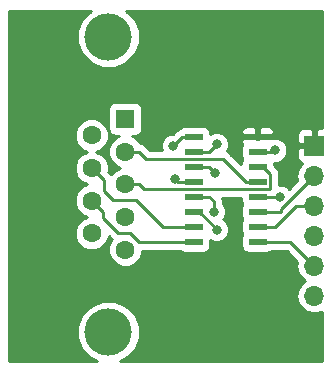
<source format=gbr>
G04 #@! TF.GenerationSoftware,KiCad,Pcbnew,(5.0.2)-1*
G04 #@! TF.CreationDate,2019-09-06T13:40:27-04:00*
G04 #@! TF.ProjectId,RS232_TTL_Male,52533233-325f-4545-944c-5f4d616c652e,rev?*
G04 #@! TF.SameCoordinates,Original*
G04 #@! TF.FileFunction,Copper,L1,Top*
G04 #@! TF.FilePolarity,Positive*
%FSLAX46Y46*%
G04 Gerber Fmt 4.6, Leading zero omitted, Abs format (unit mm)*
G04 Created by KiCad (PCBNEW (5.0.2)-1) date 9/6/2019 1:40:27 PM*
%MOMM*%
%LPD*%
G01*
G04 APERTURE LIST*
G04 #@! TA.AperFunction,ComponentPad*
%ADD10R,1.700000X1.700000*%
G04 #@! TD*
G04 #@! TA.AperFunction,ComponentPad*
%ADD11O,1.700000X1.700000*%
G04 #@! TD*
G04 #@! TA.AperFunction,ComponentPad*
%ADD12R,1.600000X1.600000*%
G04 #@! TD*
G04 #@! TA.AperFunction,ComponentPad*
%ADD13C,1.600000*%
G04 #@! TD*
G04 #@! TA.AperFunction,ComponentPad*
%ADD14C,4.000000*%
G04 #@! TD*
G04 #@! TA.AperFunction,SMDPad,CuDef*
%ADD15R,1.500000X0.600000*%
G04 #@! TD*
G04 #@! TA.AperFunction,ViaPad*
%ADD16C,0.800000*%
G04 #@! TD*
G04 #@! TA.AperFunction,Conductor*
%ADD17C,0.250000*%
G04 #@! TD*
G04 #@! TA.AperFunction,Conductor*
%ADD18C,0.254000*%
G04 #@! TD*
G04 APERTURE END LIST*
D10*
G04 #@! TO.P,J1,1*
G04 #@! TO.N,/VCC*
X26543000Y-12192000D03*
D11*
G04 #@! TO.P,J1,2*
G04 #@! TO.N,Net-(J1-Pad2)*
X26543000Y-14732000D03*
G04 #@! TO.P,J1,3*
G04 #@! TO.N,Net-(J1-Pad3)*
X26543000Y-17272000D03*
G04 #@! TO.P,J1,4*
G04 #@! TO.N,Net-(J1-Pad4)*
X26543000Y-19812000D03*
G04 #@! TO.P,J1,5*
G04 #@! TO.N,Net-(J1-Pad5)*
X26543000Y-22352000D03*
G04 #@! TO.P,J1,6*
G04 #@! TO.N,GND*
X26543000Y-24892000D03*
G04 #@! TD*
D12*
G04 #@! TO.P,J2,1*
G04 #@! TO.N,N/C*
X10541000Y-9906000D03*
D13*
G04 #@! TO.P,J2,2*
G04 #@! TO.N,Net-(J2-Pad2)*
X10541000Y-12676000D03*
G04 #@! TO.P,J2,3*
G04 #@! TO.N,Net-(J2-Pad3)*
X10541000Y-15446000D03*
G04 #@! TO.P,J2,4*
G04 #@! TO.N,N/C*
X10541000Y-18216000D03*
G04 #@! TO.P,J2,5*
G04 #@! TO.N,GND*
X10541000Y-20986000D03*
G04 #@! TO.P,J2,6*
G04 #@! TO.N,N/C*
X7701000Y-11291000D03*
G04 #@! TO.P,J2,7*
G04 #@! TO.N,Net-(J2-Pad7)*
X7701000Y-14061000D03*
G04 #@! TO.P,J2,8*
G04 #@! TO.N,Net-(J2-Pad8)*
X7701000Y-16831000D03*
G04 #@! TO.P,J2,9*
G04 #@! TO.N,N/C*
X7701000Y-19601000D03*
D14*
G04 #@! TO.P,J2,0*
G04 #@! TO.N,Net-(J2-Pad0)*
X9121000Y-2946000D03*
X9121000Y-27946000D03*
G04 #@! TD*
D15*
G04 #@! TO.P,U1,1*
G04 #@! TO.N,Net-(C1-Pad1)*
X16350000Y-11430000D03*
G04 #@! TO.P,U1,2*
G04 #@! TO.N,Net-(C3-Pad2)*
X16350000Y-12700000D03*
G04 #@! TO.P,U1,3*
G04 #@! TO.N,Net-(C1-Pad2)*
X16350000Y-13970000D03*
G04 #@! TO.P,U1,4*
G04 #@! TO.N,Net-(C2-Pad1)*
X16350000Y-15240000D03*
G04 #@! TO.P,U1,5*
G04 #@! TO.N,Net-(C2-Pad2)*
X16350000Y-16510000D03*
G04 #@! TO.P,U1,6*
G04 #@! TO.N,Net-(C4-Pad2)*
X16350000Y-17780000D03*
G04 #@! TO.P,U1,7*
G04 #@! TO.N,Net-(J2-Pad7)*
X16350000Y-19050000D03*
G04 #@! TO.P,U1,8*
G04 #@! TO.N,Net-(J2-Pad8)*
X16350000Y-20320000D03*
G04 #@! TO.P,U1,9*
G04 #@! TO.N,Net-(J1-Pad5)*
X21750000Y-20320000D03*
G04 #@! TO.P,U1,10*
G04 #@! TO.N,Net-(J1-Pad3)*
X21750000Y-19050000D03*
G04 #@! TO.P,U1,11*
G04 #@! TO.N,Net-(J1-Pad2)*
X21750000Y-17780000D03*
G04 #@! TO.P,U1,12*
G04 #@! TO.N,Net-(J1-Pad4)*
X21750000Y-16510000D03*
G04 #@! TO.P,U1,13*
G04 #@! TO.N,Net-(J2-Pad2)*
X21750000Y-15240000D03*
G04 #@! TO.P,U1,14*
G04 #@! TO.N,Net-(J2-Pad3)*
X21750000Y-13970000D03*
G04 #@! TO.P,U1,15*
G04 #@! TO.N,GND*
X21750000Y-12700000D03*
G04 #@! TO.P,U1,16*
G04 #@! TO.N,/VCC*
X21750000Y-11430000D03*
G04 #@! TD*
D16*
G04 #@! TO.N,Net-(C1-Pad1)*
X14605000Y-12192000D03*
G04 #@! TO.N,Net-(C1-Pad2)*
X18161000Y-14478000D03*
G04 #@! TO.N,Net-(C2-Pad2)*
X18034000Y-17780000D03*
G04 #@! TO.N,Net-(C2-Pad1)*
X14732000Y-14986000D03*
G04 #@! TO.N,GND*
X23241000Y-12573000D03*
G04 #@! TO.N,Net-(C3-Pad2)*
X18288000Y-12065000D03*
G04 #@! TO.N,Net-(C4-Pad2)*
X18288000Y-19304000D03*
G04 #@! TO.N,Net-(J1-Pad4)*
X23622000Y-16510000D03*
G04 #@! TD*
D17*
G04 #@! TO.N,Net-(C1-Pad1)*
X16350000Y-11430000D02*
X15367000Y-11430000D01*
X15367000Y-11430000D02*
X14605000Y-12192000D01*
G04 #@! TO.N,Net-(C1-Pad2)*
X16350000Y-13970000D02*
X17350000Y-13970000D01*
X17350000Y-13970000D02*
X17653000Y-13970000D01*
X17653000Y-13970000D02*
X18161000Y-14478000D01*
G04 #@! TO.N,Net-(C2-Pad2)*
X16350000Y-16510000D02*
X17350000Y-16510000D01*
X17350000Y-16510000D02*
X17653000Y-16510000D01*
X17653000Y-16510000D02*
X18034000Y-16891000D01*
X18034000Y-16891000D02*
X18034000Y-17780000D01*
G04 #@! TO.N,Net-(C2-Pad1)*
X16350000Y-15240000D02*
X14986000Y-15240000D01*
X14986000Y-15240000D02*
X14732000Y-14986000D01*
G04 #@! TO.N,GND*
X21750000Y-12700000D02*
X23114000Y-12700000D01*
X23114000Y-12700000D02*
X23241000Y-12573000D01*
G04 #@! TO.N,Net-(C3-Pad2)*
X17653000Y-12700000D02*
X18288000Y-12065000D01*
X16350000Y-12700000D02*
X17653000Y-12700000D01*
G04 #@! TO.N,Net-(C4-Pad2)*
X18288000Y-19268000D02*
X18288000Y-19304000D01*
X16350000Y-17780000D02*
X16800000Y-17780000D01*
X16800000Y-17780000D02*
X18288000Y-19268000D01*
G04 #@! TO.N,Net-(J1-Pad2)*
X21750000Y-17780000D02*
X23749000Y-17780000D01*
X23749000Y-17526000D02*
X26543000Y-14732000D01*
X23749000Y-17780000D02*
X23749000Y-17526000D01*
G04 #@! TO.N,Net-(J1-Pad3)*
X21750000Y-19050000D02*
X23241000Y-19050000D01*
X25019000Y-17272000D02*
X26543000Y-17272000D01*
X23241000Y-19050000D02*
X25019000Y-17272000D01*
G04 #@! TO.N,Net-(J1-Pad4)*
X21750000Y-16510000D02*
X23622000Y-16510000D01*
G04 #@! TO.N,Net-(J1-Pad5)*
X24511000Y-20320000D02*
X26543000Y-22352000D01*
X21750000Y-20320000D02*
X24511000Y-20320000D01*
G04 #@! TO.N,Net-(J2-Pad2)*
X11672370Y-12676000D02*
X10541000Y-12676000D01*
X12321371Y-13325001D02*
X11672370Y-12676000D01*
X18835001Y-13325001D02*
X12321371Y-13325001D01*
X20750000Y-15240000D02*
X18835001Y-13325001D01*
X21750000Y-15240000D02*
X20750000Y-15240000D01*
G04 #@! TO.N,Net-(J2-Pad3)*
X11672370Y-15446000D02*
X10541000Y-15446000D01*
X12091371Y-15865001D02*
X11672370Y-15446000D01*
X22760001Y-15865001D02*
X12091371Y-15865001D01*
X22825001Y-15800001D02*
X22760001Y-15865001D01*
X22200000Y-13970000D02*
X22825001Y-14595001D01*
X22825001Y-14595001D02*
X22825001Y-15800001D01*
X21750000Y-13970000D02*
X22200000Y-13970000D01*
G04 #@! TO.N,Net-(J2-Pad7)*
X13716000Y-19050000D02*
X16350000Y-19050000D01*
X11430000Y-16764000D02*
X13716000Y-19050000D01*
X9525000Y-16764000D02*
X11430000Y-16764000D01*
X8763000Y-16002000D02*
X9525000Y-16764000D01*
X8763000Y-15123000D02*
X8763000Y-16002000D01*
X7701000Y-14061000D02*
X8763000Y-15123000D01*
G04 #@! TO.N,Net-(J2-Pad8)*
X11684000Y-20320000D02*
X16350000Y-20320000D01*
X10922000Y-19558000D02*
X11684000Y-20320000D01*
X9906000Y-19558000D02*
X10922000Y-19558000D01*
X8636000Y-18288000D02*
X9906000Y-19558000D01*
X8636000Y-17766000D02*
X8636000Y-18288000D01*
X7701000Y-16831000D02*
X8636000Y-17766000D01*
G04 #@! TD*
D18*
G04 #@! TO.N,/VCC*
G36*
X6887155Y-1453392D02*
X6486000Y-2421866D01*
X6486000Y-3470134D01*
X6887155Y-4438608D01*
X7628392Y-5179845D01*
X8596866Y-5581000D01*
X9645134Y-5581000D01*
X10613608Y-5179845D01*
X11354845Y-4438608D01*
X11756000Y-3470134D01*
X11756000Y-2421866D01*
X11354845Y-1453392D01*
X10636453Y-735000D01*
X27205000Y-735000D01*
X27205000Y-10707000D01*
X26828750Y-10707000D01*
X26670000Y-10865750D01*
X26670000Y-12065000D01*
X26690000Y-12065000D01*
X26690000Y-12319000D01*
X26670000Y-12319000D01*
X26670000Y-12339000D01*
X26416000Y-12339000D01*
X26416000Y-12319000D01*
X25216750Y-12319000D01*
X25058000Y-12477750D01*
X25058000Y-13168310D01*
X25154673Y-13401699D01*
X25333302Y-13580327D01*
X25494033Y-13646904D01*
X25472375Y-13661375D01*
X25144161Y-14152582D01*
X25028908Y-14732000D01*
X25101791Y-15098408D01*
X24387955Y-15812244D01*
X24208280Y-15632569D01*
X23827874Y-15475000D01*
X23585001Y-15475000D01*
X23585001Y-14669848D01*
X23599889Y-14595001D01*
X23585001Y-14520154D01*
X23585001Y-14520149D01*
X23540905Y-14298464D01*
X23372930Y-14047072D01*
X23309474Y-14004672D01*
X23147440Y-13842638D01*
X23147440Y-13670000D01*
X23135108Y-13608000D01*
X23446874Y-13608000D01*
X23827280Y-13450431D01*
X24118431Y-13159280D01*
X24276000Y-12778874D01*
X24276000Y-12367126D01*
X24118431Y-11986720D01*
X23827280Y-11695569D01*
X23446874Y-11538000D01*
X23035126Y-11538000D01*
X22980059Y-11560809D01*
X22976250Y-11557000D01*
X21877000Y-11557000D01*
X21877000Y-11577000D01*
X21623000Y-11577000D01*
X21623000Y-11557000D01*
X20523750Y-11557000D01*
X20365000Y-11715750D01*
X20365000Y-11856310D01*
X20454768Y-12073028D01*
X20401843Y-12152235D01*
X20352560Y-12400000D01*
X20352560Y-13000000D01*
X20401843Y-13247765D01*
X20460132Y-13335000D01*
X20401843Y-13422235D01*
X20352560Y-13670000D01*
X20352560Y-13767758D01*
X19425332Y-12840531D01*
X19382930Y-12777072D01*
X19171769Y-12635979D01*
X19323000Y-12270874D01*
X19323000Y-11859126D01*
X19165431Y-11478720D01*
X18874280Y-11187569D01*
X18493874Y-11030000D01*
X18082126Y-11030000D01*
X17747440Y-11168631D01*
X17747440Y-11130000D01*
X17722316Y-11003690D01*
X20365000Y-11003690D01*
X20365000Y-11144250D01*
X20523750Y-11303000D01*
X21623000Y-11303000D01*
X21623000Y-10653750D01*
X21877000Y-10653750D01*
X21877000Y-11303000D01*
X22976250Y-11303000D01*
X23063560Y-11215690D01*
X25058000Y-11215690D01*
X25058000Y-11906250D01*
X25216750Y-12065000D01*
X26416000Y-12065000D01*
X26416000Y-10865750D01*
X26257250Y-10707000D01*
X25566691Y-10707000D01*
X25333302Y-10803673D01*
X25154673Y-10982301D01*
X25058000Y-11215690D01*
X23063560Y-11215690D01*
X23135000Y-11144250D01*
X23135000Y-11003690D01*
X23038327Y-10770301D01*
X22859698Y-10591673D01*
X22626309Y-10495000D01*
X22035750Y-10495000D01*
X21877000Y-10653750D01*
X21623000Y-10653750D01*
X21464250Y-10495000D01*
X20873691Y-10495000D01*
X20640302Y-10591673D01*
X20461673Y-10770301D01*
X20365000Y-11003690D01*
X17722316Y-11003690D01*
X17698157Y-10882235D01*
X17557809Y-10672191D01*
X17347765Y-10531843D01*
X17100000Y-10482560D01*
X15600000Y-10482560D01*
X15352235Y-10531843D01*
X15142191Y-10672191D01*
X15120893Y-10704065D01*
X15118605Y-10704520D01*
X15070462Y-10714096D01*
X14883418Y-10839076D01*
X14819071Y-10882071D01*
X14776671Y-10945527D01*
X14565198Y-11157000D01*
X14399126Y-11157000D01*
X14018720Y-11314569D01*
X13727569Y-11605720D01*
X13570000Y-11986126D01*
X13570000Y-12397874D01*
X13639226Y-12565001D01*
X12636173Y-12565001D01*
X12262701Y-12191530D01*
X12220299Y-12128071D01*
X11968907Y-11960096D01*
X11782322Y-11922982D01*
X11757534Y-11863138D01*
X11353862Y-11459466D01*
X11097893Y-11353440D01*
X11341000Y-11353440D01*
X11588765Y-11304157D01*
X11798809Y-11163809D01*
X11939157Y-10953765D01*
X11988440Y-10706000D01*
X11988440Y-9106000D01*
X11939157Y-8858235D01*
X11798809Y-8648191D01*
X11588765Y-8507843D01*
X11341000Y-8458560D01*
X9741000Y-8458560D01*
X9493235Y-8507843D01*
X9283191Y-8648191D01*
X9142843Y-8858235D01*
X9093560Y-9106000D01*
X9093560Y-10706000D01*
X9142843Y-10953765D01*
X9283191Y-11163809D01*
X9493235Y-11304157D01*
X9741000Y-11353440D01*
X9984107Y-11353440D01*
X9728138Y-11459466D01*
X9324466Y-11863138D01*
X9106000Y-12390561D01*
X9106000Y-12961439D01*
X9324466Y-13488862D01*
X9728138Y-13892534D01*
X10134850Y-14061000D01*
X9728138Y-14229466D01*
X9339610Y-14617994D01*
X9310929Y-14575071D01*
X9247473Y-14532671D01*
X9114104Y-14399302D01*
X9136000Y-14346439D01*
X9136000Y-13775561D01*
X8917534Y-13248138D01*
X8513862Y-12844466D01*
X8107150Y-12676000D01*
X8513862Y-12507534D01*
X8917534Y-12103862D01*
X9136000Y-11576439D01*
X9136000Y-11005561D01*
X8917534Y-10478138D01*
X8513862Y-10074466D01*
X7986439Y-9856000D01*
X7415561Y-9856000D01*
X6888138Y-10074466D01*
X6484466Y-10478138D01*
X6266000Y-11005561D01*
X6266000Y-11576439D01*
X6484466Y-12103862D01*
X6888138Y-12507534D01*
X7294850Y-12676000D01*
X6888138Y-12844466D01*
X6484466Y-13248138D01*
X6266000Y-13775561D01*
X6266000Y-14346439D01*
X6484466Y-14873862D01*
X6888138Y-15277534D01*
X7294850Y-15446000D01*
X6888138Y-15614466D01*
X6484466Y-16018138D01*
X6266000Y-16545561D01*
X6266000Y-17116439D01*
X6484466Y-17643862D01*
X6888138Y-18047534D01*
X7294850Y-18216000D01*
X6888138Y-18384466D01*
X6484466Y-18788138D01*
X6266000Y-19315561D01*
X6266000Y-19886439D01*
X6484466Y-20413862D01*
X6888138Y-20817534D01*
X7415561Y-21036000D01*
X7986439Y-21036000D01*
X8513862Y-20817534D01*
X8917534Y-20413862D01*
X9136000Y-19886439D01*
X9136000Y-19862802D01*
X9315670Y-20042472D01*
X9358071Y-20105929D01*
X9378215Y-20119389D01*
X9324466Y-20173138D01*
X9106000Y-20700561D01*
X9106000Y-21271439D01*
X9324466Y-21798862D01*
X9728138Y-22202534D01*
X10255561Y-22421000D01*
X10826439Y-22421000D01*
X11353862Y-22202534D01*
X11757534Y-21798862D01*
X11976000Y-21271439D01*
X11976000Y-21080000D01*
X15145470Y-21080000D01*
X15352235Y-21218157D01*
X15600000Y-21267440D01*
X17100000Y-21267440D01*
X17347765Y-21218157D01*
X17557809Y-21077809D01*
X17698157Y-20867765D01*
X17747440Y-20620000D01*
X17747440Y-20200369D01*
X18082126Y-20339000D01*
X18493874Y-20339000D01*
X18874280Y-20181431D01*
X19165431Y-19890280D01*
X19323000Y-19509874D01*
X19323000Y-19098126D01*
X19165431Y-18717720D01*
X18874280Y-18426569D01*
X18857919Y-18419792D01*
X18911431Y-18366280D01*
X19069000Y-17985874D01*
X19069000Y-17574126D01*
X18911431Y-17193720D01*
X18794000Y-17076289D01*
X18794000Y-16965846D01*
X18808888Y-16890999D01*
X18794000Y-16816152D01*
X18794000Y-16816148D01*
X18755978Y-16625001D01*
X20352560Y-16625001D01*
X20352560Y-16810000D01*
X20401843Y-17057765D01*
X20460132Y-17145000D01*
X20401843Y-17232235D01*
X20352560Y-17480000D01*
X20352560Y-18080000D01*
X20401843Y-18327765D01*
X20460132Y-18415000D01*
X20401843Y-18502235D01*
X20352560Y-18750000D01*
X20352560Y-19350000D01*
X20401843Y-19597765D01*
X20460132Y-19685000D01*
X20401843Y-19772235D01*
X20352560Y-20020000D01*
X20352560Y-20620000D01*
X20401843Y-20867765D01*
X20542191Y-21077809D01*
X20752235Y-21218157D01*
X21000000Y-21267440D01*
X22500000Y-21267440D01*
X22747765Y-21218157D01*
X22954530Y-21080000D01*
X24196199Y-21080000D01*
X25101791Y-21985592D01*
X25028908Y-22352000D01*
X25144161Y-22931418D01*
X25472375Y-23422625D01*
X25770761Y-23622000D01*
X25472375Y-23821375D01*
X25144161Y-24312582D01*
X25028908Y-24892000D01*
X25144161Y-25471418D01*
X25472375Y-25962625D01*
X25963582Y-26290839D01*
X26396744Y-26377000D01*
X26689256Y-26377000D01*
X27122418Y-26290839D01*
X27205001Y-26235659D01*
X27205001Y-30380000D01*
X10130391Y-30380000D01*
X10613608Y-30179845D01*
X11354845Y-29438608D01*
X11756000Y-28470134D01*
X11756000Y-27421866D01*
X11354845Y-26453392D01*
X10613608Y-25712155D01*
X9645134Y-25311000D01*
X8596866Y-25311000D01*
X7628392Y-25712155D01*
X6887155Y-26453392D01*
X6486000Y-27421866D01*
X6486000Y-28470134D01*
X6887155Y-29438608D01*
X7628392Y-30179845D01*
X8111609Y-30380000D01*
X735000Y-30380000D01*
X735000Y-735000D01*
X7605547Y-735000D01*
X6887155Y-1453392D01*
X6887155Y-1453392D01*
G37*
X6887155Y-1453392D02*
X6486000Y-2421866D01*
X6486000Y-3470134D01*
X6887155Y-4438608D01*
X7628392Y-5179845D01*
X8596866Y-5581000D01*
X9645134Y-5581000D01*
X10613608Y-5179845D01*
X11354845Y-4438608D01*
X11756000Y-3470134D01*
X11756000Y-2421866D01*
X11354845Y-1453392D01*
X10636453Y-735000D01*
X27205000Y-735000D01*
X27205000Y-10707000D01*
X26828750Y-10707000D01*
X26670000Y-10865750D01*
X26670000Y-12065000D01*
X26690000Y-12065000D01*
X26690000Y-12319000D01*
X26670000Y-12319000D01*
X26670000Y-12339000D01*
X26416000Y-12339000D01*
X26416000Y-12319000D01*
X25216750Y-12319000D01*
X25058000Y-12477750D01*
X25058000Y-13168310D01*
X25154673Y-13401699D01*
X25333302Y-13580327D01*
X25494033Y-13646904D01*
X25472375Y-13661375D01*
X25144161Y-14152582D01*
X25028908Y-14732000D01*
X25101791Y-15098408D01*
X24387955Y-15812244D01*
X24208280Y-15632569D01*
X23827874Y-15475000D01*
X23585001Y-15475000D01*
X23585001Y-14669848D01*
X23599889Y-14595001D01*
X23585001Y-14520154D01*
X23585001Y-14520149D01*
X23540905Y-14298464D01*
X23372930Y-14047072D01*
X23309474Y-14004672D01*
X23147440Y-13842638D01*
X23147440Y-13670000D01*
X23135108Y-13608000D01*
X23446874Y-13608000D01*
X23827280Y-13450431D01*
X24118431Y-13159280D01*
X24276000Y-12778874D01*
X24276000Y-12367126D01*
X24118431Y-11986720D01*
X23827280Y-11695569D01*
X23446874Y-11538000D01*
X23035126Y-11538000D01*
X22980059Y-11560809D01*
X22976250Y-11557000D01*
X21877000Y-11557000D01*
X21877000Y-11577000D01*
X21623000Y-11577000D01*
X21623000Y-11557000D01*
X20523750Y-11557000D01*
X20365000Y-11715750D01*
X20365000Y-11856310D01*
X20454768Y-12073028D01*
X20401843Y-12152235D01*
X20352560Y-12400000D01*
X20352560Y-13000000D01*
X20401843Y-13247765D01*
X20460132Y-13335000D01*
X20401843Y-13422235D01*
X20352560Y-13670000D01*
X20352560Y-13767758D01*
X19425332Y-12840531D01*
X19382930Y-12777072D01*
X19171769Y-12635979D01*
X19323000Y-12270874D01*
X19323000Y-11859126D01*
X19165431Y-11478720D01*
X18874280Y-11187569D01*
X18493874Y-11030000D01*
X18082126Y-11030000D01*
X17747440Y-11168631D01*
X17747440Y-11130000D01*
X17722316Y-11003690D01*
X20365000Y-11003690D01*
X20365000Y-11144250D01*
X20523750Y-11303000D01*
X21623000Y-11303000D01*
X21623000Y-10653750D01*
X21877000Y-10653750D01*
X21877000Y-11303000D01*
X22976250Y-11303000D01*
X23063560Y-11215690D01*
X25058000Y-11215690D01*
X25058000Y-11906250D01*
X25216750Y-12065000D01*
X26416000Y-12065000D01*
X26416000Y-10865750D01*
X26257250Y-10707000D01*
X25566691Y-10707000D01*
X25333302Y-10803673D01*
X25154673Y-10982301D01*
X25058000Y-11215690D01*
X23063560Y-11215690D01*
X23135000Y-11144250D01*
X23135000Y-11003690D01*
X23038327Y-10770301D01*
X22859698Y-10591673D01*
X22626309Y-10495000D01*
X22035750Y-10495000D01*
X21877000Y-10653750D01*
X21623000Y-10653750D01*
X21464250Y-10495000D01*
X20873691Y-10495000D01*
X20640302Y-10591673D01*
X20461673Y-10770301D01*
X20365000Y-11003690D01*
X17722316Y-11003690D01*
X17698157Y-10882235D01*
X17557809Y-10672191D01*
X17347765Y-10531843D01*
X17100000Y-10482560D01*
X15600000Y-10482560D01*
X15352235Y-10531843D01*
X15142191Y-10672191D01*
X15120893Y-10704065D01*
X15118605Y-10704520D01*
X15070462Y-10714096D01*
X14883418Y-10839076D01*
X14819071Y-10882071D01*
X14776671Y-10945527D01*
X14565198Y-11157000D01*
X14399126Y-11157000D01*
X14018720Y-11314569D01*
X13727569Y-11605720D01*
X13570000Y-11986126D01*
X13570000Y-12397874D01*
X13639226Y-12565001D01*
X12636173Y-12565001D01*
X12262701Y-12191530D01*
X12220299Y-12128071D01*
X11968907Y-11960096D01*
X11782322Y-11922982D01*
X11757534Y-11863138D01*
X11353862Y-11459466D01*
X11097893Y-11353440D01*
X11341000Y-11353440D01*
X11588765Y-11304157D01*
X11798809Y-11163809D01*
X11939157Y-10953765D01*
X11988440Y-10706000D01*
X11988440Y-9106000D01*
X11939157Y-8858235D01*
X11798809Y-8648191D01*
X11588765Y-8507843D01*
X11341000Y-8458560D01*
X9741000Y-8458560D01*
X9493235Y-8507843D01*
X9283191Y-8648191D01*
X9142843Y-8858235D01*
X9093560Y-9106000D01*
X9093560Y-10706000D01*
X9142843Y-10953765D01*
X9283191Y-11163809D01*
X9493235Y-11304157D01*
X9741000Y-11353440D01*
X9984107Y-11353440D01*
X9728138Y-11459466D01*
X9324466Y-11863138D01*
X9106000Y-12390561D01*
X9106000Y-12961439D01*
X9324466Y-13488862D01*
X9728138Y-13892534D01*
X10134850Y-14061000D01*
X9728138Y-14229466D01*
X9339610Y-14617994D01*
X9310929Y-14575071D01*
X9247473Y-14532671D01*
X9114104Y-14399302D01*
X9136000Y-14346439D01*
X9136000Y-13775561D01*
X8917534Y-13248138D01*
X8513862Y-12844466D01*
X8107150Y-12676000D01*
X8513862Y-12507534D01*
X8917534Y-12103862D01*
X9136000Y-11576439D01*
X9136000Y-11005561D01*
X8917534Y-10478138D01*
X8513862Y-10074466D01*
X7986439Y-9856000D01*
X7415561Y-9856000D01*
X6888138Y-10074466D01*
X6484466Y-10478138D01*
X6266000Y-11005561D01*
X6266000Y-11576439D01*
X6484466Y-12103862D01*
X6888138Y-12507534D01*
X7294850Y-12676000D01*
X6888138Y-12844466D01*
X6484466Y-13248138D01*
X6266000Y-13775561D01*
X6266000Y-14346439D01*
X6484466Y-14873862D01*
X6888138Y-15277534D01*
X7294850Y-15446000D01*
X6888138Y-15614466D01*
X6484466Y-16018138D01*
X6266000Y-16545561D01*
X6266000Y-17116439D01*
X6484466Y-17643862D01*
X6888138Y-18047534D01*
X7294850Y-18216000D01*
X6888138Y-18384466D01*
X6484466Y-18788138D01*
X6266000Y-19315561D01*
X6266000Y-19886439D01*
X6484466Y-20413862D01*
X6888138Y-20817534D01*
X7415561Y-21036000D01*
X7986439Y-21036000D01*
X8513862Y-20817534D01*
X8917534Y-20413862D01*
X9136000Y-19886439D01*
X9136000Y-19862802D01*
X9315670Y-20042472D01*
X9358071Y-20105929D01*
X9378215Y-20119389D01*
X9324466Y-20173138D01*
X9106000Y-20700561D01*
X9106000Y-21271439D01*
X9324466Y-21798862D01*
X9728138Y-22202534D01*
X10255561Y-22421000D01*
X10826439Y-22421000D01*
X11353862Y-22202534D01*
X11757534Y-21798862D01*
X11976000Y-21271439D01*
X11976000Y-21080000D01*
X15145470Y-21080000D01*
X15352235Y-21218157D01*
X15600000Y-21267440D01*
X17100000Y-21267440D01*
X17347765Y-21218157D01*
X17557809Y-21077809D01*
X17698157Y-20867765D01*
X17747440Y-20620000D01*
X17747440Y-20200369D01*
X18082126Y-20339000D01*
X18493874Y-20339000D01*
X18874280Y-20181431D01*
X19165431Y-19890280D01*
X19323000Y-19509874D01*
X19323000Y-19098126D01*
X19165431Y-18717720D01*
X18874280Y-18426569D01*
X18857919Y-18419792D01*
X18911431Y-18366280D01*
X19069000Y-17985874D01*
X19069000Y-17574126D01*
X18911431Y-17193720D01*
X18794000Y-17076289D01*
X18794000Y-16965846D01*
X18808888Y-16890999D01*
X18794000Y-16816152D01*
X18794000Y-16816148D01*
X18755978Y-16625001D01*
X20352560Y-16625001D01*
X20352560Y-16810000D01*
X20401843Y-17057765D01*
X20460132Y-17145000D01*
X20401843Y-17232235D01*
X20352560Y-17480000D01*
X20352560Y-18080000D01*
X20401843Y-18327765D01*
X20460132Y-18415000D01*
X20401843Y-18502235D01*
X20352560Y-18750000D01*
X20352560Y-19350000D01*
X20401843Y-19597765D01*
X20460132Y-19685000D01*
X20401843Y-19772235D01*
X20352560Y-20020000D01*
X20352560Y-20620000D01*
X20401843Y-20867765D01*
X20542191Y-21077809D01*
X20752235Y-21218157D01*
X21000000Y-21267440D01*
X22500000Y-21267440D01*
X22747765Y-21218157D01*
X22954530Y-21080000D01*
X24196199Y-21080000D01*
X25101791Y-21985592D01*
X25028908Y-22352000D01*
X25144161Y-22931418D01*
X25472375Y-23422625D01*
X25770761Y-23622000D01*
X25472375Y-23821375D01*
X25144161Y-24312582D01*
X25028908Y-24892000D01*
X25144161Y-25471418D01*
X25472375Y-25962625D01*
X25963582Y-26290839D01*
X26396744Y-26377000D01*
X26689256Y-26377000D01*
X27122418Y-26290839D01*
X27205001Y-26235659D01*
X27205001Y-30380000D01*
X10130391Y-30380000D01*
X10613608Y-30179845D01*
X11354845Y-29438608D01*
X11756000Y-28470134D01*
X11756000Y-27421866D01*
X11354845Y-26453392D01*
X10613608Y-25712155D01*
X9645134Y-25311000D01*
X8596866Y-25311000D01*
X7628392Y-25712155D01*
X6887155Y-26453392D01*
X6486000Y-27421866D01*
X6486000Y-28470134D01*
X6887155Y-29438608D01*
X7628392Y-30179845D01*
X8111609Y-30380000D01*
X735000Y-30380000D01*
X735000Y-735000D01*
X7605547Y-735000D01*
X6887155Y-1453392D01*
G04 #@! TD*
M02*

</source>
